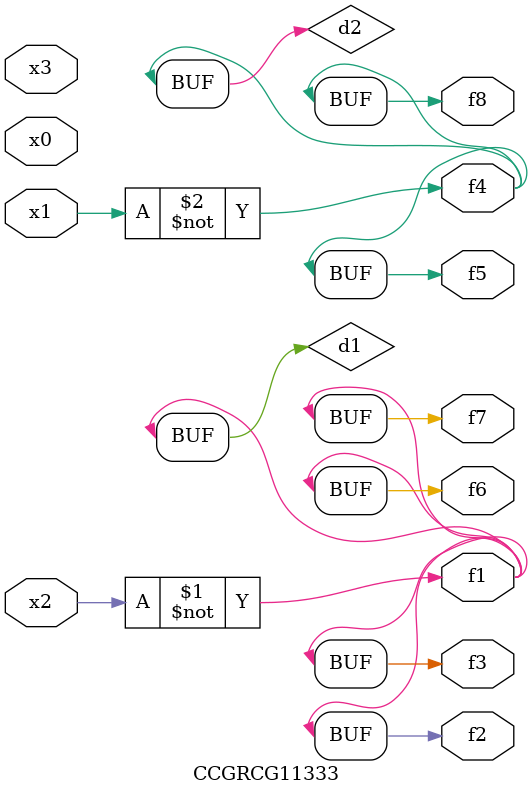
<source format=v>
module CCGRCG11333(
	input x0, x1, x2, x3,
	output f1, f2, f3, f4, f5, f6, f7, f8
);

	wire d1, d2;

	xnor (d1, x2);
	not (d2, x1);
	assign f1 = d1;
	assign f2 = d1;
	assign f3 = d1;
	assign f4 = d2;
	assign f5 = d2;
	assign f6 = d1;
	assign f7 = d1;
	assign f8 = d2;
endmodule

</source>
